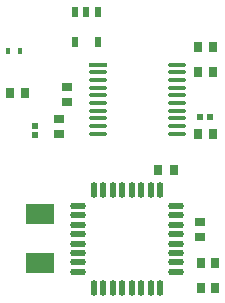
<source format=gtp>
G04*
G04 #@! TF.GenerationSoftware,Altium Limited,Altium Designer,21.7.2 (23)*
G04*
G04 Layer_Color=8421504*
%FSLAX25Y25*%
%MOIN*%
G70*
G04*
G04 #@! TF.SameCoordinates,73D3D296-878F-4BD7-B675-30F9F54128A0*
G04*
G04*
G04 #@! TF.FilePolarity,Positive*
G04*
G01*
G75*
%ADD16R,0.09449X0.06693*%
%ADD17R,0.02953X0.03347*%
%ADD18R,0.01575X0.01968*%
G04:AMPARAMS|DCode=19|XSize=21.65mil|YSize=31.5mil|CornerRadius=1.95mil|HoleSize=0mil|Usage=FLASHONLY|Rotation=0.000|XOffset=0mil|YOffset=0mil|HoleType=Round|Shape=RoundedRectangle|*
%AMROUNDEDRECTD19*
21,1,0.02165,0.02760,0,0,0.0*
21,1,0.01776,0.03150,0,0,0.0*
1,1,0.00390,0.00888,-0.01380*
1,1,0.00390,-0.00888,-0.01380*
1,1,0.00390,-0.00888,0.01380*
1,1,0.00390,0.00888,0.01380*
%
%ADD19ROUNDEDRECTD19*%
%ADD20O,0.02165X0.05315*%
%ADD21O,0.05315X0.02165*%
%ADD22R,0.05836X0.01646*%
G04:AMPARAMS|DCode=23|XSize=58.36mil|YSize=16.46mil|CornerRadius=8.23mil|HoleSize=0mil|Usage=FLASHONLY|Rotation=0.000|XOffset=0mil|YOffset=0mil|HoleType=Round|Shape=RoundedRectangle|*
%AMROUNDEDRECTD23*
21,1,0.05836,0.00000,0,0,0.0*
21,1,0.04190,0.01646,0,0,0.0*
1,1,0.01646,0.02095,0.00000*
1,1,0.01646,-0.02095,0.00000*
1,1,0.01646,-0.02095,0.00000*
1,1,0.01646,0.02095,0.00000*
%
%ADD23ROUNDEDRECTD23*%
%ADD24R,0.03347X0.02953*%
%ADD25R,0.02047X0.02205*%
%ADD26R,0.02205X0.02047*%
%ADD27R,0.02987X0.03197*%
%ADD28R,0.03197X0.02987*%
D16*
X139000Y135642D02*
D03*
Y119500D02*
D03*
D17*
X183559Y150500D02*
D03*
X178441D02*
D03*
X196710Y162500D02*
D03*
X191592D02*
D03*
X134059Y176000D02*
D03*
X128941D02*
D03*
D18*
X128366Y190000D02*
D03*
X132500D02*
D03*
D19*
X158240Y192980D02*
D03*
X150760D02*
D03*
Y203020D02*
D03*
X154500D02*
D03*
X158240D02*
D03*
D20*
X156976Y143839D02*
D03*
X160126D02*
D03*
X163276D02*
D03*
X166425D02*
D03*
X169575D02*
D03*
X172724D02*
D03*
X175874D02*
D03*
X179024D02*
D03*
Y111161D02*
D03*
X175874D02*
D03*
X172724D02*
D03*
X169575D02*
D03*
X166425D02*
D03*
X163276D02*
D03*
X160126D02*
D03*
X156976D02*
D03*
D21*
X184339Y138524D02*
D03*
Y135374D02*
D03*
Y132224D02*
D03*
Y129075D02*
D03*
Y125925D02*
D03*
Y122776D02*
D03*
Y119626D02*
D03*
Y116476D02*
D03*
X151661D02*
D03*
Y119626D02*
D03*
Y122776D02*
D03*
Y125925D02*
D03*
Y129075D02*
D03*
Y132224D02*
D03*
Y135374D02*
D03*
Y138524D02*
D03*
D22*
X158332Y185516D02*
D03*
D23*
Y182957D02*
D03*
Y180398D02*
D03*
Y177839D02*
D03*
Y175280D02*
D03*
Y172720D02*
D03*
Y170161D02*
D03*
Y167602D02*
D03*
Y165043D02*
D03*
Y162484D02*
D03*
X184818D02*
D03*
Y165043D02*
D03*
Y167602D02*
D03*
Y170161D02*
D03*
Y172720D02*
D03*
Y175280D02*
D03*
Y177839D02*
D03*
Y180398D02*
D03*
Y182957D02*
D03*
Y185516D02*
D03*
D24*
X148000Y178059D02*
D03*
Y172941D02*
D03*
D25*
X137500Y165035D02*
D03*
Y161965D02*
D03*
D26*
X195535Y168000D02*
D03*
X192465D02*
D03*
D27*
X197467Y119500D02*
D03*
X192533D02*
D03*
X197467Y111000D02*
D03*
X192533D02*
D03*
X191806Y183000D02*
D03*
X196740D02*
D03*
Y191481D02*
D03*
X191806D02*
D03*
D28*
X192500Y132967D02*
D03*
Y128033D02*
D03*
X145500Y162533D02*
D03*
Y167467D02*
D03*
M02*

</source>
